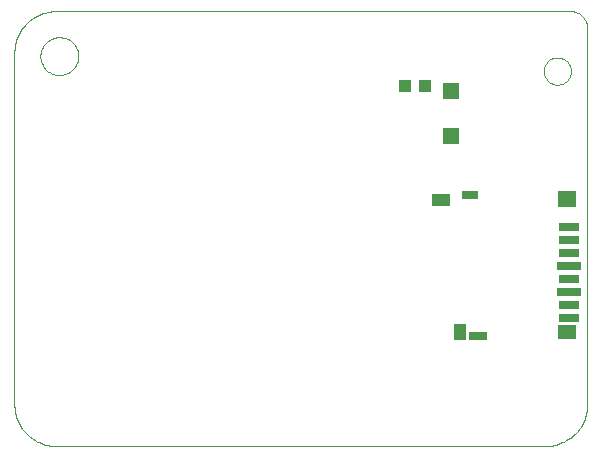
<source format=gtp>
G75*
G70*
%OFA0B0*%
%FSLAX24Y24*%
%IPPOS*%
%LPD*%
%AMOC8*
5,1,8,0,0,1.08239X$1,22.5*
%
%ADD10C,0.0000*%
%ADD11R,0.0394X0.0433*%
%ADD12R,0.0591X0.0551*%
%ADD13R,0.0591X0.0512*%
%ADD14R,0.0689X0.0276*%
%ADD15R,0.0800X0.0276*%
%ADD16R,0.0591X0.0315*%
%ADD17R,0.0394X0.0551*%
%ADD18R,0.0551X0.0315*%
%ADD19R,0.0610X0.0394*%
%ADD20R,0.0551X0.0551*%
D10*
X001600Y004500D02*
X017900Y004500D01*
X017973Y004502D01*
X018046Y004508D01*
X018119Y004517D01*
X018191Y004531D01*
X018262Y004548D01*
X018333Y004569D01*
X018402Y004593D01*
X018469Y004621D01*
X018536Y004653D01*
X018600Y004688D01*
X018662Y004726D01*
X018723Y004767D01*
X018781Y004812D01*
X018837Y004860D01*
X018890Y004910D01*
X018940Y004963D01*
X018988Y005019D01*
X019033Y005077D01*
X019074Y005138D01*
X019112Y005200D01*
X019147Y005264D01*
X019179Y005331D01*
X019207Y005398D01*
X019231Y005467D01*
X019252Y005538D01*
X019269Y005609D01*
X019283Y005681D01*
X019292Y005754D01*
X019298Y005827D01*
X019300Y005900D01*
X019300Y018400D01*
X019301Y018445D01*
X019297Y018491D01*
X019290Y018536D01*
X019280Y018580D01*
X019266Y018623D01*
X019249Y018665D01*
X019228Y018706D01*
X019205Y018745D01*
X019178Y018782D01*
X019148Y018816D01*
X019116Y018848D01*
X019082Y018878D01*
X019045Y018905D01*
X019006Y018928D01*
X018965Y018949D01*
X018923Y018966D01*
X018880Y018980D01*
X018836Y018990D01*
X018791Y018997D01*
X018745Y019001D01*
X018700Y019000D01*
X001600Y019000D01*
X001527Y018998D01*
X001454Y018992D01*
X001381Y018983D01*
X001309Y018969D01*
X001238Y018952D01*
X001167Y018931D01*
X001098Y018907D01*
X001031Y018879D01*
X000964Y018847D01*
X000900Y018812D01*
X000838Y018774D01*
X000777Y018733D01*
X000719Y018688D01*
X000663Y018640D01*
X000610Y018590D01*
X000560Y018537D01*
X000512Y018481D01*
X000467Y018423D01*
X000426Y018362D01*
X000388Y018300D01*
X000353Y018236D01*
X000321Y018169D01*
X000293Y018102D01*
X000269Y018033D01*
X000248Y017962D01*
X000231Y017891D01*
X000217Y017819D01*
X000208Y017746D01*
X000202Y017673D01*
X000200Y017600D01*
X000200Y005900D01*
X000202Y005827D01*
X000208Y005754D01*
X000217Y005681D01*
X000231Y005609D01*
X000248Y005538D01*
X000269Y005467D01*
X000293Y005398D01*
X000321Y005331D01*
X000353Y005264D01*
X000388Y005200D01*
X000426Y005138D01*
X000467Y005077D01*
X000512Y005019D01*
X000560Y004963D01*
X000610Y004910D01*
X000663Y004860D01*
X000719Y004812D01*
X000777Y004767D01*
X000838Y004726D01*
X000900Y004688D01*
X000964Y004653D01*
X001031Y004621D01*
X001098Y004593D01*
X001167Y004569D01*
X001238Y004548D01*
X001309Y004531D01*
X001381Y004517D01*
X001454Y004508D01*
X001527Y004502D01*
X001600Y004500D01*
X001070Y017500D02*
X001072Y017550D01*
X001078Y017600D01*
X001088Y017649D01*
X001102Y017697D01*
X001119Y017744D01*
X001140Y017789D01*
X001165Y017833D01*
X001193Y017874D01*
X001225Y017913D01*
X001259Y017950D01*
X001296Y017984D01*
X001336Y018014D01*
X001378Y018041D01*
X001422Y018065D01*
X001468Y018086D01*
X001515Y018102D01*
X001563Y018115D01*
X001613Y018124D01*
X001662Y018129D01*
X001713Y018130D01*
X001763Y018127D01*
X001812Y018120D01*
X001861Y018109D01*
X001909Y018094D01*
X001955Y018076D01*
X002000Y018054D01*
X002043Y018028D01*
X002084Y017999D01*
X002123Y017967D01*
X002159Y017932D01*
X002191Y017894D01*
X002221Y017854D01*
X002248Y017811D01*
X002271Y017767D01*
X002290Y017721D01*
X002306Y017673D01*
X002318Y017624D01*
X002326Y017575D01*
X002330Y017525D01*
X002330Y017475D01*
X002326Y017425D01*
X002318Y017376D01*
X002306Y017327D01*
X002290Y017279D01*
X002271Y017233D01*
X002248Y017189D01*
X002221Y017146D01*
X002191Y017106D01*
X002159Y017068D01*
X002123Y017033D01*
X002084Y017001D01*
X002043Y016972D01*
X002000Y016946D01*
X001955Y016924D01*
X001909Y016906D01*
X001861Y016891D01*
X001812Y016880D01*
X001763Y016873D01*
X001713Y016870D01*
X001662Y016871D01*
X001613Y016876D01*
X001563Y016885D01*
X001515Y016898D01*
X001468Y016914D01*
X001422Y016935D01*
X001378Y016959D01*
X001336Y016986D01*
X001296Y017016D01*
X001259Y017050D01*
X001225Y017087D01*
X001193Y017126D01*
X001165Y017167D01*
X001140Y017211D01*
X001119Y017256D01*
X001102Y017303D01*
X001088Y017351D01*
X001078Y017400D01*
X001072Y017450D01*
X001070Y017500D01*
X017847Y017000D02*
X017849Y017042D01*
X017855Y017084D01*
X017865Y017126D01*
X017878Y017166D01*
X017896Y017205D01*
X017917Y017242D01*
X017941Y017276D01*
X017969Y017309D01*
X017999Y017339D01*
X018032Y017365D01*
X018067Y017389D01*
X018105Y017409D01*
X018144Y017425D01*
X018184Y017438D01*
X018226Y017447D01*
X018268Y017452D01*
X018311Y017453D01*
X018353Y017450D01*
X018395Y017443D01*
X018436Y017432D01*
X018476Y017417D01*
X018514Y017399D01*
X018551Y017377D01*
X018585Y017352D01*
X018617Y017324D01*
X018645Y017293D01*
X018671Y017259D01*
X018694Y017223D01*
X018713Y017186D01*
X018729Y017146D01*
X018741Y017105D01*
X018749Y017064D01*
X018753Y017021D01*
X018753Y016979D01*
X018749Y016936D01*
X018741Y016895D01*
X018729Y016854D01*
X018713Y016814D01*
X018694Y016777D01*
X018671Y016741D01*
X018645Y016707D01*
X018617Y016676D01*
X018585Y016648D01*
X018551Y016623D01*
X018514Y016601D01*
X018476Y016583D01*
X018436Y016568D01*
X018395Y016557D01*
X018353Y016550D01*
X018311Y016547D01*
X018268Y016548D01*
X018226Y016553D01*
X018184Y016562D01*
X018144Y016575D01*
X018105Y016591D01*
X018067Y016611D01*
X018032Y016635D01*
X017999Y016661D01*
X017969Y016691D01*
X017941Y016724D01*
X017917Y016758D01*
X017896Y016795D01*
X017878Y016834D01*
X017865Y016874D01*
X017855Y016916D01*
X017849Y016958D01*
X017847Y017000D01*
D11*
X013885Y016500D03*
X013215Y016500D03*
D12*
X018633Y012737D03*
D13*
X018633Y008288D03*
D14*
X018673Y008780D03*
X018673Y009193D03*
X018673Y010059D03*
X018673Y010926D03*
X018673Y011359D03*
X018673Y011792D03*
D15*
X018673Y010493D03*
X018673Y009626D03*
D16*
X015641Y008170D03*
D17*
X015051Y008288D03*
D18*
X015385Y012855D03*
D19*
X014421Y012717D03*
D20*
X014750Y014852D03*
X014750Y016348D03*
M02*

</source>
